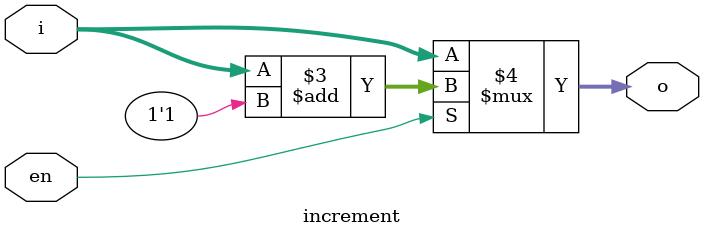
<source format=v>
module increment
#(
    parameter WIDTH = 0
)(
    input wire en,
    input wire [WIDTH-1:0] i,
    output reg [WIDTH-1:0] o
);

    always @(*) begin
        o = (en == 1) ? (i + {{WIDTH-1{1'b0}}, 1'b1}) : i;
    end

endmodule

</source>
